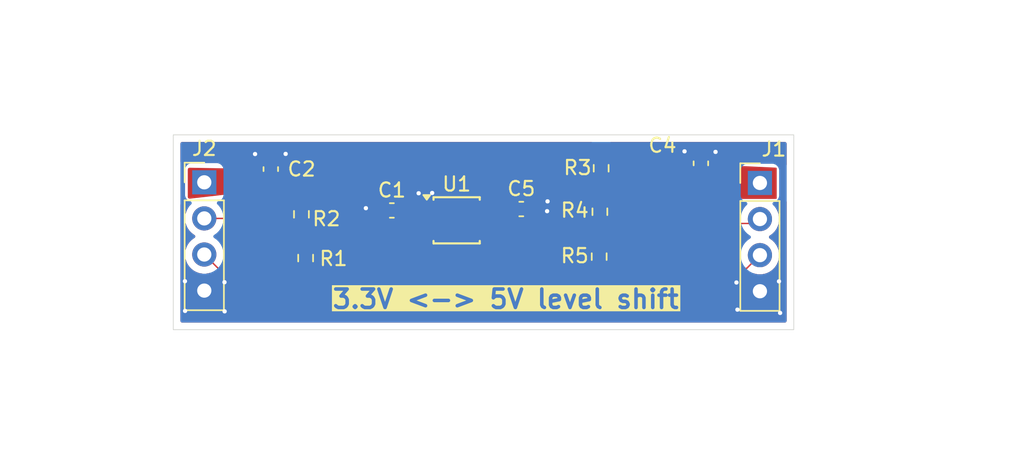
<source format=kicad_pcb>
(kicad_pcb (version 20241229) (generator "pcbnew") (generator_version "9.0")
  (layers (0 "F.Cu" signal) (2 "B.Cu" signal) (13 "F.Paste" user) (15 "B.Paste" user) (5 "F.SilkS" user "F.Silkscreen") (7 "B.SilkS" user "B.Silkscreen") (1 "F.Mask" user) (3 "B.Mask" user) (25 "Edge.Cuts" user))
  (net 0 "")
  (net 1 "+3.3V")
  (net 2 "GND")
  (net 3 "+5V")
  (net 4 "Net-(J1-Pin_2)")
  (net 5 "Net-(J1-Pin_3)")
  (net 6 "Net-(J2-Pin_2)")
  (net 7 "Net-(J2-Pin_3)")
  (net 8 "Net-(U1-SDA1)")
  (net 9 "Net-(U1-SCL1)")
  (net 10 "Net-(U1-EN)")
  (net 11 "Net-(U1-SCL2)")
  (net 12 "Net-(U1-SDA2)")
  (footprint "Capacitor_SMD:C_0603_1608Metric" (layer "F.Cu") (at 175.545 103.81)
    (property "Reference" "C1" (at 0 -1.43 0) (layer "F.SilkS"))
    (property "Value" "0.1u")
    (fp_line (start -0.14058 -0.51) (end 0.14058 -0.51) (stroke (width 0.12)) (layer "F.SilkS"))
    (fp_line (start -0.14058 0.51) (end 0.14058 0.51) (stroke (width 0.12)) (layer "F.SilkS"))
    (pad "1" smd roundrect (at -0.775 0) (size 0.9 0.95) (layers "F.Cu" "F.Mask" "F.Paste") (net 2 "GND"))
    (pad "2" smd roundrect (at 0.775 0) (size 0.9 0.95) (layers "F.Cu" "F.Mask" "F.Paste") (net 1 "+3.3V"))
  )
  (footprint "Resistor_SMD:R_0603_1608Metric" (layer "F.Cu") (at 169.485 107.16 -90)
    (property "Reference" "R1" (at 0.04 -1.955 180) (layer "F.SilkS"))
    (property "Value" "3.3k")
    (fp_line (start -0.237258 0.5225) (end 0.237258 0.5225) (stroke (width 0.12)) (layer "F.SilkS"))
    (fp_line (start -0.237258 -0.5225) (end 0.237258 -0.5225) (stroke (width 0.12)) (layer "F.SilkS"))
    (pad "1" smd roundrect (at -0.825 0 270) (size 0.8 0.95) (layers "F.Cu" "F.Mask" "F.Paste") (net 8 "Net-(U1-SDA1)"))
    (pad "2" smd roundrect (at 0.825 0 270) (size 0.8 0.95) (layers "F.Cu" "F.Mask" "F.Paste") (net 7 "Net-(J2-Pin_3)"))
  )
  (footprint "Capacitor_SMD:C_0603_1608Metric" (layer "F.Cu") (at 197.27 100.495 90)
    (property "Reference" "C4" (at 1.265 -2.7 180) (layer "F.SilkS"))
    (property "Value" "10u")
    (fp_line (start -0.14058 -0.51) (end 0.14058 -0.51) (stroke (width 0.12)) (layer "F.SilkS"))
    (fp_line (start -0.14058 0.51) (end 0.14058 0.51) (stroke (width 0.12)) (layer "F.SilkS"))
    (pad "1" smd roundrect (at -0.775 0 90) (size 0.9 0.95) (layers "F.Cu" "F.Mask" "F.Paste") (net 3 "+5V"))
    (pad "2" smd roundrect (at 0.775 0 90) (size 0.9 0.95) (layers "F.Cu" "F.Mask" "F.Paste") (net 2 "GND"))
  )
  (footprint "Capacitor_SMD:C_0603_1608Metric" (layer "F.Cu") (at 184.645 103.71)
    (property "Reference" "C5" (at 0 -1.43 0) (layer "F.SilkS"))
    (property "Value" "0.1u")
    (fp_line (start -0.14058 -0.51) (end 0.14058 -0.51) (stroke (width 0.12)) (layer "F.SilkS"))
    (fp_line (start -0.14058 0.51) (end 0.14058 0.51) (stroke (width 0.12)) (layer "F.SilkS"))
    (pad "1" smd roundrect (at -0.775 0) (size 0.9 0.95) (layers "F.Cu" "F.Mask" "F.Paste") (net 3 "+5V"))
    (pad "2" smd roundrect (at 0.775 0) (size 0.9 0.95) (layers "F.Cu" "F.Mask" "F.Paste") (net 2 "GND"))
  )
  (footprint "Capacitor_SMD:C_0603_1608Metric" (layer "F.Cu") (at 167.035 100.9 -90)
    (property "Reference" "C2" (at 0 -2.165 180) (layer "F.SilkS"))
    (property "Value" "10u")
    (fp_line (start -0.14058 0.51) (end 0.14058 0.51) (stroke (width 0.12)) (layer "F.SilkS"))
    (fp_line (start -0.14058 -0.51) (end 0.14058 -0.51) (stroke (width 0.12)) (layer "F.SilkS"))
    (pad "1" smd roundrect (at -0.775 0 270) (size 0.9 0.95) (layers "F.Cu" "F.Mask" "F.Paste") (net 2 "GND"))
    (pad "2" smd roundrect (at 0.775 0 270) (size 0.9 0.95) (layers "F.Cu" "F.Mask" "F.Paste") (net 1 "+3.3V"))
  )
  (footprint "Resistor_SMD:R_0603_1608Metric" (layer "F.Cu") (at 190.26 100.84 90)
    (property "Reference" "R3" (at 0.04 -1.66 180) (layer "F.SilkS"))
    (property "Value" "200K")
    (fp_line (start -0.237258 -0.5225) (end 0.237258 -0.5225) (stroke (width 0.12)) (layer "F.SilkS"))
    (fp_line (start -0.237258 0.5225) (end 0.237258 0.5225) (stroke (width 0.12)) (layer "F.SilkS"))
    (pad "1" smd roundrect (at -0.825 0 90) (size 0.8 0.95) (layers "F.Cu" "F.Mask" "F.Paste") (net 3 "+5V"))
    (pad "2" smd roundrect (at 0.825 0 90) (size 0.8 0.95) (layers "F.Cu" "F.Mask" "F.Paste") (net 10 "Net-(U1-EN)"))
  )
  (footprint "Connector_PinHeader_2.54mm:PinHeader_1x04_P2.54mm_Vertical" (layer "F.Cu") (at 162.36 101.83)
    (property "Reference" "J2" (at 0 -2.38 0) (layer "F.SilkS"))
    (property "Value" "Conn_01x04")
    (fp_line (start -1.38 -1.38) (end 0 -1.38) (stroke (width 0.12)) (layer "F.SilkS"))
    (fp_line (start -1.38 0) (end -1.38 -1.38) (stroke (width 0.12)) (layer "F.SilkS"))
    (fp_line (start -1.38 1.27) (end -1.38 9) (stroke (width 0.12)) (layer "F.SilkS"))
    (fp_line (start -1.38 1.27) (end 1.38 1.27) (stroke (width 0.12)) (layer "F.SilkS"))
    (fp_line (start -1.38 9) (end 1.38 9) (stroke (width 0.12)) (layer "F.SilkS"))
    (fp_line (start 1.38 1.27) (end 1.38 9) (stroke (width 0.12)) (layer "F.SilkS"))
    (pad "1" thru_hole rect (at 0 0) (size 1.7 1.7) (drill 1) (layers "*.Cu" "*.Mask") (net 1 "+3.3V"))
    (pad "2" thru_hole circle (at 0 2.54) (size 1.7 1.7) (drill 1) (layers "*.Cu" "*.Mask") (net 6 "Net-(J2-Pin_2)"))
    (pad "3" thru_hole circle (at 0 5.08) (size 1.7 1.7) (drill 1) (layers "*.Cu" "*.Mask") (net 7 "Net-(J2-Pin_3)"))
    (pad "4" thru_hole circle (at 0 7.62) (size 1.7 1.7) (drill 1) (layers "*.Cu" "*.Mask") (net 2 "GND"))
  )
  (footprint "Resistor_SMD:R_0603_1608Metric" (layer "F.Cu") (at 190.17 103.9 90)
    (property "Reference" "R4" (at 0.1 -1.77 180) (layer "F.SilkS"))
    (property "Value" "3.3k")
    (fp_line (start -0.237258 -0.5225) (end 0.237258 -0.5225) (stroke (width 0.12)) (layer "F.SilkS"))
    (fp_line (start -0.237258 0.5225) (end 0.237258 0.5225) (stroke (width 0.12)) (layer "F.SilkS"))
    (pad "1" smd roundrect (at -0.825 0 90) (size 0.8 0.95) (layers "F.Cu" "F.Mask" "F.Paste") (net 4 "Net-(J1-Pin_2)"))
    (pad "2" smd roundrect (at 0.825 0 90) (size 0.8 0.95) (layers "F.Cu" "F.Mask" "F.Paste") (net 11 "Net-(U1-SCL2)"))
  )
  (footprint "Resistor_SMD:R_0603_1608Metric" (layer "F.Cu") (at 169.19 104.08 -90)
    (property "Reference" "R2" (at 0.32 -1.755 0) (layer "F.SilkS"))
    (property "Value" "3.3k")
    (fp_line (start -0.237258 0.5225) (end 0.237258 0.5225) (stroke (width 0.12)) (layer "F.SilkS"))
    (fp_line (start -0.237258 -0.5225) (end 0.237258 -0.5225) (stroke (width 0.12)) (layer "F.SilkS"))
    (pad "1" smd roundrect (at -0.825 0 270) (size 0.8 0.95) (layers "F.Cu" "F.Mask" "F.Paste") (net 9 "Net-(U1-SCL1)"))
    (pad "2" smd roundrect (at 0.825 0 270) (size 0.8 0.95) (layers "F.Cu" "F.Mask" "F.Paste") (net 6 "Net-(J2-Pin_2)"))
  )
  (footprint "Resistor_SMD:R_0603_1608Metric" (layer "F.Cu") (at 190.12 107.06 90)
    (property "Reference" "R5" (at 0.06 -1.72 180) (layer "F.SilkS"))
    (property "Value" "3.3k")
    (fp_line (start -0.237258 -0.5225) (end 0.237258 -0.5225) (stroke (width 0.12)) (layer "F.SilkS"))
    (fp_line (start -0.237258 0.5225) (end 0.237258 0.5225) (stroke (width 0.12)) (layer "F.SilkS"))
    (pad "1" smd roundrect (at -0.825 0 90) (size 0.8 0.95) (layers "F.Cu" "F.Mask" "F.Paste") (net 5 "Net-(J1-Pin_3)"))
    (pad "2" smd roundrect (at 0.825 0 90) (size 0.8 0.95) (layers "F.Cu" "F.Mask" "F.Paste") (net 12 "Net-(U1-SDA2)"))
  )
  (footprint "Package_SO:TSSOP-8_3x3mm_P0.65mm" (layer "F.Cu") (at 180.1 104.505)
    (property "Reference" "U1" (at 0 -2.55 0) (layer "F.SilkS"))
    (property "Value" "PCA9306DP")
    (fp_line (start -1.625 -1.625) (end -1.625 -1.45) (stroke (width 0.15)) (layer "F.SilkS"))
    (fp_line (start -1.625 -1.625) (end 1.625 -1.625) (stroke (width 0.15)) (layer "F.SilkS"))
    (fp_line (start -1.625 1.45) (end -1.625 1.625) (stroke (width 0.15)) (layer "F.SilkS"))
    (fp_line (start -1.625 1.625) (end 1.625 1.625) (stroke (width 0.15)) (layer "F.SilkS"))
    (fp_line (start 1.625 -1.625) (end 1.625 -1.45) (stroke (width 0.15)) (layer "F.SilkS"))
    (fp_line (start 1.625 1.45) (end 1.625 1.625) (stroke (width 0.15)) (layer "F.SilkS"))
    (fp_poly (pts (xy -2.1 -1.45) (xy -2.34 -1.78) (xy -1.86 -1.78) (xy -2.1 -1.45)) (stroke (width 0.12)) (fill yes) (layer "F.SilkS"))
    (pad "1" smd rect (at -2.15 -0.975) (size 1.1 0.4) (layers "F.Cu" "F.Mask" "F.Paste") (net 2 "GND"))
    (pad "2" smd rect (at -2.15 -0.325) (size 1.1 0.4) (layers "F.Cu" "F.Mask" "F.Paste") (net 1 "+3.3V"))
    (pad "3" smd rect (at -2.15 0.325) (size 1.1 0.4) (layers "F.Cu" "F.Mask" "F.Paste") (net 9 "Net-(U1-SCL1)"))
    (pad "4" smd rect (at -2.15 0.975) (size 1.1 0.4) (layers "F.Cu" "F.Mask" "F.Paste") (net 8 "Net-(U1-SDA1)"))
    (pad "5" smd rect (at 2.15 0.975) (size 1.1 0.4) (layers "F.Cu" "F.Mask" "F.Paste") (net 12 "Net-(U1-SDA2)"))
    (pad "6" smd rect (at 2.15 0.325) (size 1.1 0.4) (layers "F.Cu" "F.Mask" "F.Paste") (net 11 "Net-(U1-SCL2)"))
    (pad "7" smd rect (at 2.15 -0.325) (size 1.1 0.4) (layers "F.Cu" "F.Mask" "F.Paste") (net 3 "+5V"))
    (pad "8" smd rect (at 2.15 -0.975) (size 1.1 0.4) (layers "F.Cu" "F.Mask" "F.Paste") (net 10 "Net-(U1-EN)"))
  )
  (footprint "Connector_PinHeader_2.54mm:PinHeader_1x04_P2.54mm_Vertical" (layer "F.Cu") (at 201.42 101.875)
    (property "Reference" "J1" (at 0.98 -2.38 0) (layer "F.SilkS"))
    (property "Value" "Conn_01x04")
    (fp_line (start -1.38 -1.38) (end 0 -1.38) (stroke (width 0.12)) (layer "F.SilkS"))
    (fp_line (start -1.38 0) (end -1.38 -1.38) (stroke (width 0.12)) (layer "F.SilkS"))
    (fp_line (start -1.38 1.27) (end -1.38 9) (stroke (width 0.12)) (layer "F.SilkS"))
    (fp_line (start -1.38 1.27) (end 1.38 1.27) (stroke (width 0.12)) (layer "F.SilkS"))
    (fp_line (start -1.38 9) (end 1.38 9) (stroke (width 0.12)) (layer "F.SilkS"))
    (fp_line (start 1.38 1.27) (end 1.38 9) (stroke (width 0.12)) (layer "F.SilkS"))
    (pad "1" thru_hole rect (at 0 0) (size 1.7 1.7) (drill 1) (layers "*.Cu" "*.Mask") (net 3 "+5V"))
    (pad "2" thru_hole circle (at 0 2.54) (size 1.7 1.7) (drill 1) (layers "*.Cu" "*.Mask") (net 4 "Net-(J1-Pin_2)"))
    (pad "3" thru_hole circle (at 0 5.08) (size 1.7 1.7) (drill 1) (layers "*.Cu" "*.Mask") (net 5 "Net-(J1-Pin_3)"))
    (pad "4" thru_hole circle (at 0 7.62) (size 1.7 1.7) (drill 1) (layers "*.Cu" "*.Mask") (net 2 "GND"))
  )
  (gr_rect (start 160.18 98.49) (end 203.8 112.2) (stroke (width 0.05)) (fill no) (layer "Edge.Cuts"))
  (gr_text "3.3V <-> 5V level shift" (at 171.25 110.81 0) (layer "F.SilkS" knockout) (effects (font (size 1.3 1.3) (thickness 0.25) (bold yes)) (justify left bottom)))
  (via (at 196.12 99.65) (size 0.6) (drill 0.3) (layers "F.Cu" "B.Cu") (net 2))
  (via (at 178.38 102.58) (size 0.6) (drill 0.3) (layers "F.Cu" "B.Cu") (net 2))
  (via (at 173.72 103.65) (size 0.6) (drill 0.3) (layers "F.Cu" "B.Cu") (net 2))
  (via (at 198.3 99.69) (size 0.6) (drill 0.3) (layers "F.Cu" "B.Cu") (net 2))
  (via (at 199.84 110.79) (size 0.6) (drill 0.3) (layers "F.Cu" "B.Cu") (net 2))
  (via (at 168.08 99.83) (size 0.6) (drill 0.3) (layers "F.Cu" "B.Cu") (net 2))
  (via (at 199.77 108.88) (size 0.6) (drill 0.3) (layers "F.Cu" "B.Cu") (net 2))
  (via (at 165.93 99.84) (size 0.6) (drill 0.3) (layers "F.Cu" "B.Cu") (net 2))
  (via (at 186.46 103.86) (size 0.6) (drill 0.3) (layers "F.Cu" "B.Cu") (net 2))
  (via (at 161 108.79) (size 0.6) (drill 0.3) (layers "F.Cu" "B.Cu") (net 2))
  (via (at 177.43 102.6) (size 0.6) (drill 0.3) (layers "F.Cu" "B.Cu") (net 2))
  (via (at 163.78 108.86) (size 0.6) (drill 0.3) (layers "F.Cu" "B.Cu") (net 2))
  (via (at 202.76 108.8) (size 0.6) (drill 0.3) (layers "F.Cu" "B.Cu") (net 2))
  (via (at 163.79 110.91) (size 0.6) (drill 0.3) (layers "F.Cu" "B.Cu") (net 2))
  (via (at 161.01 110.88) (size 0.6) (drill 0.3) (layers "F.Cu" "B.Cu") (net 2))
  (via (at 202.84 111.02) (size 0.6) (drill 0.3) (layers "F.Cu" "B.Cu") (net 2))
  (via (at 186.49 103.17) (size 0.6) (drill 0.3) (layers "F.Cu" "B.Cu") (net 2))
  (segment (start 190.17 104.725) (end 201.11 104.725) (width 0.1) (layer "F.Cu") (net 4))
  (segment (start 201.11 104.725) (end 201.42 104.415) (width 0.2) (layer "F.Cu") (net 4))
  (segment (start 200.49 107.885) (end 201.42 106.955) (width 0.1) (layer "F.Cu") (net 5))
  (segment (start 190.12 107.885) (end 200.49 107.885) (width 0.1) (layer "F.Cu") (net 5))
  (segment (start 162.895 104.905) (end 162.36 104.37) (width 0.2) (layer "F.Cu") (net 6))
  (segment (start 168.655 104.37) (end 169.19 104.905) (width 0.1) (layer "F.Cu") (net 6))
  (segment (start 162.36 104.37) (end 168.655 104.37) (width 0.1) (layer "F.Cu") (net 6))
  (segment (start 163.435 107.985) (end 162.36 106.91) (width 0.1) (layer "F.Cu") (net 7))
  (segment (start 169.485 107.985) (end 163.435 107.985) (width 0.1) (layer "F.Cu") (net 7))
  (segment (start 177.95 105.48) (end 170.34 105.48) (width 0.1) (layer "F.Cu") (net 8))
  (segment (start 170.34 105.48) (end 169.485 106.335) (width 0.1) (layer "F.Cu") (net 8))
  (segment (start 177.68 104.83) (end 177.67 104.82) (width 0.2) (layer "F.Cu") (net 9))
  (segment (start 177.95 104.83) (end 177.68 104.83) (width 0.2) (layer "F.Cu") (net 9))
  (segment (start 170.765 104.83) (end 169.19 103.255) (width 0.1) (layer "F.Cu") (net 9))
  (segment (start 177.95 104.83) (end 170.765 104.83) (width 0.1) (layer "F.Cu") (net 9))
  (segment (start 185.765 100.015) (end 190.26 100.015) (width 0.1) (layer "F.Cu") (net 10))
  (segment (start 182.25 103.53) (end 185.765 100.015) (width 0.1) (layer "F.Cu") (net 10))
  (segment (start 182.25 104.83) (end 188.415 104.83) (width 0.1) (layer "F.Cu") (net 11))
  (segment (start 188.415 104.83) (end 190.17 103.075) (width 0.1) (layer "F.Cu") (net 11))
  (segment (start 183.435 106.235) (end 190.12 106.235) (width 0.1) (layer "F.Cu") (net 12))
  (segment (start 182.25 105.48) (end 182.68 105.48) (width 0.2) (layer "F.Cu") (net 12))
  (segment (start 182.68 105.48) (end 183.435 106.235) (width 0.1) (layer "F.Cu") (net 12))
  (zone (net 3) (net_name "+5V") (layer "F.Cu") (priority 1) (connect_pads yes (clearance 0.3)) (min_thickness 0.1) (fill yes (thermal_gap 0.4) (thermal_bridge_width 0.4))
    (polygon (pts (xy 181.6 103.96) (xy 181.6 104.41) (xy 184.59 104.41) (xy 184.645 104.355) (xy 184.645 103.6775) (xy 184.645 103.33875) (xy 184.6 103) (xy 189.6 102.2) (xy 191 102.2) (xy 197.81 102.2) (xy 200.2 103) (xy 202.6 103) (xy 202.6 100.8) (xy 197.88 100.58) (xy 191 101) (xy 189.6 101) (xy 183.2 103) (xy 183.2 103.96)))
  )
  (zone (net 1) (net_name "+3.3V") (layer "F.Cu") (priority 1) (connect_pads yes (clearance 0.5)) (min_thickness 0.25) (fill yes (thermal_gap 0.5) (thermal_bridge_width 0.5))
    (polygon (pts (xy 178.528719 103.8) (xy 177.128719 103.8) (xy 176.928719 103.6) (xy 176.928719 103.4) (xy 176.72 102.64) (xy 176.46 102.62) (xy 176.01 102.41) (xy 174.68 102.23) (xy 167.8 101) (xy 166.6 100.9) (xy 161.2 100.8) (xy 161.2 103) (xy 166.4 102.4) (xy 170.93686 102.4) (xy 175.66 102.91) (xy 175.678463 104.368609) (xy 178.544168 104.399388)))
  )
  (zone (net 2) (net_name "GND") (layers "F.Cu" "B.Cu") (connect_pads yes (clearance 0.5)) (min_thickness 0.25) (fill yes (thermal_gap 0.5) (thermal_bridge_width 0.5))
    (polygon (pts (xy 148 89) (xy 148 122) (xy 220 122) (xy 220 89)))
  )
)
</source>
